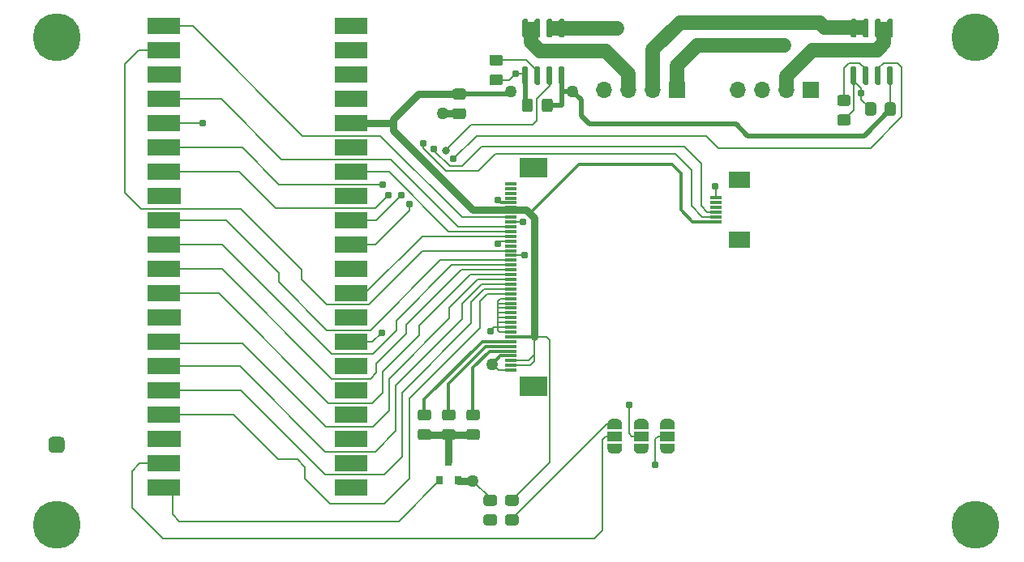
<source format=gtl>
G04 #@! TF.GenerationSoftware,KiCad,Pcbnew,(5.1.10-1-10_14)*
G04 #@! TF.CreationDate,2021-10-20T12:02:30-05:00*
G04 #@! TF.ProjectId,stepper_analyzer,73746570-7065-4725-9f61-6e616c797a65,rev?*
G04 #@! TF.SameCoordinates,Original*
G04 #@! TF.FileFunction,Copper,L1,Top*
G04 #@! TF.FilePolarity,Positive*
%FSLAX46Y46*%
G04 Gerber Fmt 4.6, Leading zero omitted, Abs format (unit mm)*
G04 Created by KiCad (PCBNEW (5.1.10-1-10_14)) date 2021-10-20 12:02:30*
%MOMM*%
%LPD*%
G01*
G04 APERTURE LIST*
G04 #@! TA.AperFunction,SMDPad,CuDef*
%ADD10R,1.500000X1.000000*%
G04 #@! TD*
G04 #@! TA.AperFunction,SMDPad,CuDef*
%ADD11C,0.100000*%
G04 #@! TD*
G04 #@! TA.AperFunction,SMDPad,CuDef*
%ADD12R,3.500000X1.700000*%
G04 #@! TD*
G04 #@! TA.AperFunction,ComponentPad*
%ADD13R,1.700000X1.700000*%
G04 #@! TD*
G04 #@! TA.AperFunction,SMDPad,CuDef*
%ADD14R,0.800000X0.900000*%
G04 #@! TD*
G04 #@! TA.AperFunction,SMDPad,CuDef*
%ADD15R,3.000000X2.000000*%
G04 #@! TD*
G04 #@! TA.AperFunction,SMDPad,CuDef*
%ADD16R,1.300000X0.300000*%
G04 #@! TD*
G04 #@! TA.AperFunction,ComponentPad*
%ADD17C,0.800000*%
G04 #@! TD*
G04 #@! TA.AperFunction,ComponentPad*
%ADD18C,5.000000*%
G04 #@! TD*
G04 #@! TA.AperFunction,ComponentPad*
%ADD19O,1.700000X1.700000*%
G04 #@! TD*
G04 #@! TA.AperFunction,SMDPad,CuDef*
%ADD20R,2.200000X1.800000*%
G04 #@! TD*
G04 #@! TA.AperFunction,ViaPad*
%ADD21C,0.787400*%
G04 #@! TD*
G04 #@! TA.AperFunction,ViaPad*
%ADD22C,1.270000*%
G04 #@! TD*
G04 #@! TA.AperFunction,ViaPad*
%ADD23C,0.800000*%
G04 #@! TD*
G04 #@! TA.AperFunction,Conductor*
%ADD24C,0.203200*%
G04 #@! TD*
G04 #@! TA.AperFunction,Conductor*
%ADD25C,1.524000*%
G04 #@! TD*
G04 #@! TA.AperFunction,Conductor*
%ADD26C,0.762000*%
G04 #@! TD*
G04 #@! TA.AperFunction,Conductor*
%ADD27C,0.508000*%
G04 #@! TD*
G04 #@! TA.AperFunction,Conductor*
%ADD28C,0.304800*%
G04 #@! TD*
G04 APERTURE END LIST*
D10*
X65810000Y12250000D03*
G04 #@! TA.AperFunction,SMDPad,CuDef*
D11*
G36*
X65060602Y13550000D02*
G01*
X65060602Y13574534D01*
X65065412Y13623365D01*
X65074984Y13671490D01*
X65089228Y13718445D01*
X65108005Y13763778D01*
X65131136Y13807051D01*
X65158396Y13847850D01*
X65189524Y13885779D01*
X65224221Y13920476D01*
X65262150Y13951604D01*
X65302949Y13978864D01*
X65346222Y14001995D01*
X65391555Y14020772D01*
X65438510Y14035016D01*
X65486635Y14044588D01*
X65535466Y14049398D01*
X65560000Y14049398D01*
X65560000Y14050000D01*
X66060000Y14050000D01*
X66060000Y14049398D01*
X66084534Y14049398D01*
X66133365Y14044588D01*
X66181490Y14035016D01*
X66228445Y14020772D01*
X66273778Y14001995D01*
X66317051Y13978864D01*
X66357850Y13951604D01*
X66395779Y13920476D01*
X66430476Y13885779D01*
X66461604Y13847850D01*
X66488864Y13807051D01*
X66511995Y13763778D01*
X66530772Y13718445D01*
X66545016Y13671490D01*
X66554588Y13623365D01*
X66559398Y13574534D01*
X66559398Y13550000D01*
X66560000Y13550000D01*
X66560000Y13000000D01*
X65060000Y13000000D01*
X65060000Y13550000D01*
X65060602Y13550000D01*
G37*
G04 #@! TD.AperFunction*
G04 #@! TA.AperFunction,SMDPad,CuDef*
G36*
X66560000Y11500000D02*
G01*
X66560000Y10950000D01*
X66559398Y10950000D01*
X66559398Y10925466D01*
X66554588Y10876635D01*
X66545016Y10828510D01*
X66530772Y10781555D01*
X66511995Y10736222D01*
X66488864Y10692949D01*
X66461604Y10652150D01*
X66430476Y10614221D01*
X66395779Y10579524D01*
X66357850Y10548396D01*
X66317051Y10521136D01*
X66273778Y10498005D01*
X66228445Y10479228D01*
X66181490Y10464984D01*
X66133365Y10455412D01*
X66084534Y10450602D01*
X66060000Y10450602D01*
X66060000Y10450000D01*
X65560000Y10450000D01*
X65560000Y10450602D01*
X65535466Y10450602D01*
X65486635Y10455412D01*
X65438510Y10464984D01*
X65391555Y10479228D01*
X65346222Y10498005D01*
X65302949Y10521136D01*
X65262150Y10548396D01*
X65224221Y10579524D01*
X65189524Y10614221D01*
X65158396Y10652150D01*
X65131136Y10692949D01*
X65108005Y10736222D01*
X65089228Y10781555D01*
X65074984Y10828510D01*
X65065412Y10876635D01*
X65060602Y10925466D01*
X65060602Y10950000D01*
X65060000Y10950000D01*
X65060000Y11500000D01*
X66560000Y11500000D01*
G37*
G04 #@! TD.AperFunction*
D10*
X63060000Y12250000D03*
G04 #@! TA.AperFunction,SMDPad,CuDef*
D11*
G36*
X62310602Y13550000D02*
G01*
X62310602Y13574534D01*
X62315412Y13623365D01*
X62324984Y13671490D01*
X62339228Y13718445D01*
X62358005Y13763778D01*
X62381136Y13807051D01*
X62408396Y13847850D01*
X62439524Y13885779D01*
X62474221Y13920476D01*
X62512150Y13951604D01*
X62552949Y13978864D01*
X62596222Y14001995D01*
X62641555Y14020772D01*
X62688510Y14035016D01*
X62736635Y14044588D01*
X62785466Y14049398D01*
X62810000Y14049398D01*
X62810000Y14050000D01*
X63310000Y14050000D01*
X63310000Y14049398D01*
X63334534Y14049398D01*
X63383365Y14044588D01*
X63431490Y14035016D01*
X63478445Y14020772D01*
X63523778Y14001995D01*
X63567051Y13978864D01*
X63607850Y13951604D01*
X63645779Y13920476D01*
X63680476Y13885779D01*
X63711604Y13847850D01*
X63738864Y13807051D01*
X63761995Y13763778D01*
X63780772Y13718445D01*
X63795016Y13671490D01*
X63804588Y13623365D01*
X63809398Y13574534D01*
X63809398Y13550000D01*
X63810000Y13550000D01*
X63810000Y13000000D01*
X62310000Y13000000D01*
X62310000Y13550000D01*
X62310602Y13550000D01*
G37*
G04 #@! TD.AperFunction*
G04 #@! TA.AperFunction,SMDPad,CuDef*
G36*
X63810000Y11500000D02*
G01*
X63810000Y10950000D01*
X63809398Y10950000D01*
X63809398Y10925466D01*
X63804588Y10876635D01*
X63795016Y10828510D01*
X63780772Y10781555D01*
X63761995Y10736222D01*
X63738864Y10692949D01*
X63711604Y10652150D01*
X63680476Y10614221D01*
X63645779Y10579524D01*
X63607850Y10548396D01*
X63567051Y10521136D01*
X63523778Y10498005D01*
X63478445Y10479228D01*
X63431490Y10464984D01*
X63383365Y10455412D01*
X63334534Y10450602D01*
X63310000Y10450602D01*
X63310000Y10450000D01*
X62810000Y10450000D01*
X62810000Y10450602D01*
X62785466Y10450602D01*
X62736635Y10455412D01*
X62688510Y10464984D01*
X62641555Y10479228D01*
X62596222Y10498005D01*
X62552949Y10521136D01*
X62512150Y10548396D01*
X62474221Y10579524D01*
X62439524Y10614221D01*
X62408396Y10652150D01*
X62381136Y10692949D01*
X62358005Y10736222D01*
X62339228Y10781555D01*
X62324984Y10828510D01*
X62315412Y10876635D01*
X62310602Y10925466D01*
X62310602Y10950000D01*
X62310000Y10950000D01*
X62310000Y11500000D01*
X63810000Y11500000D01*
G37*
G04 #@! TD.AperFunction*
D10*
X60310000Y12250000D03*
G04 #@! TA.AperFunction,SMDPad,CuDef*
D11*
G36*
X59560602Y13550000D02*
G01*
X59560602Y13574534D01*
X59565412Y13623365D01*
X59574984Y13671490D01*
X59589228Y13718445D01*
X59608005Y13763778D01*
X59631136Y13807051D01*
X59658396Y13847850D01*
X59689524Y13885779D01*
X59724221Y13920476D01*
X59762150Y13951604D01*
X59802949Y13978864D01*
X59846222Y14001995D01*
X59891555Y14020772D01*
X59938510Y14035016D01*
X59986635Y14044588D01*
X60035466Y14049398D01*
X60060000Y14049398D01*
X60060000Y14050000D01*
X60560000Y14050000D01*
X60560000Y14049398D01*
X60584534Y14049398D01*
X60633365Y14044588D01*
X60681490Y14035016D01*
X60728445Y14020772D01*
X60773778Y14001995D01*
X60817051Y13978864D01*
X60857850Y13951604D01*
X60895779Y13920476D01*
X60930476Y13885779D01*
X60961604Y13847850D01*
X60988864Y13807051D01*
X61011995Y13763778D01*
X61030772Y13718445D01*
X61045016Y13671490D01*
X61054588Y13623365D01*
X61059398Y13574534D01*
X61059398Y13550000D01*
X61060000Y13550000D01*
X61060000Y13000000D01*
X59560000Y13000000D01*
X59560000Y13550000D01*
X59560602Y13550000D01*
G37*
G04 #@! TD.AperFunction*
G04 #@! TA.AperFunction,SMDPad,CuDef*
G36*
X61060000Y11500000D02*
G01*
X61060000Y10950000D01*
X61059398Y10950000D01*
X61059398Y10925466D01*
X61054588Y10876635D01*
X61045016Y10828510D01*
X61030772Y10781555D01*
X61011995Y10736222D01*
X60988864Y10692949D01*
X60961604Y10652150D01*
X60930476Y10614221D01*
X60895779Y10579524D01*
X60857850Y10548396D01*
X60817051Y10521136D01*
X60773778Y10498005D01*
X60728445Y10479228D01*
X60681490Y10464984D01*
X60633365Y10455412D01*
X60584534Y10450602D01*
X60560000Y10450602D01*
X60560000Y10450000D01*
X60060000Y10450000D01*
X60060000Y10450602D01*
X60035466Y10450602D01*
X59986635Y10455412D01*
X59938510Y10464984D01*
X59891555Y10479228D01*
X59846222Y10498005D01*
X59802949Y10521136D01*
X59762150Y10548396D01*
X59724221Y10579524D01*
X59689524Y10614221D01*
X59658396Y10652150D01*
X59631136Y10692949D01*
X59608005Y10736222D01*
X59589228Y10781555D01*
X59574984Y10828510D01*
X59565412Y10876635D01*
X59560602Y10925466D01*
X59560602Y10950000D01*
X59560000Y10950000D01*
X59560000Y11500000D01*
X61060000Y11500000D01*
G37*
G04 #@! TD.AperFunction*
G04 #@! TA.AperFunction,SMDPad,CuDef*
G36*
G01*
X47760001Y4975000D02*
X46859999Y4975000D01*
G75*
G02*
X46610000Y5224999I0J249999D01*
G01*
X46610000Y5875001D01*
G75*
G02*
X46859999Y6125000I249999J0D01*
G01*
X47760001Y6125000D01*
G75*
G02*
X48010000Y5875001I0J-249999D01*
G01*
X48010000Y5224999D01*
G75*
G02*
X47760001Y4975000I-249999J0D01*
G01*
G37*
G04 #@! TD.AperFunction*
G04 #@! TA.AperFunction,SMDPad,CuDef*
G36*
G01*
X47760001Y2925000D02*
X46859999Y2925000D01*
G75*
G02*
X46610000Y3174999I0J249999D01*
G01*
X46610000Y3825001D01*
G75*
G02*
X46859999Y4075000I249999J0D01*
G01*
X47760001Y4075000D01*
G75*
G02*
X48010000Y3825001I0J-249999D01*
G01*
X48010000Y3174999D01*
G75*
G02*
X47760001Y2925000I-249999J0D01*
G01*
G37*
G04 #@! TD.AperFunction*
D12*
X32790000Y6870000D03*
X32790000Y9410000D03*
X32790000Y11950000D03*
X32790000Y14490000D03*
X32790000Y17030000D03*
X32790000Y19570000D03*
X32790000Y22110000D03*
X32790000Y24650000D03*
X32790000Y27190000D03*
X32790000Y29730000D03*
X32790000Y32270000D03*
X32790000Y34810000D03*
X32790000Y37350000D03*
X32790000Y39890000D03*
X32790000Y42430000D03*
X32790000Y44970000D03*
X32790000Y47510000D03*
X32790000Y50050000D03*
X32790000Y52590000D03*
X32790000Y55130000D03*
X13210000Y6870000D03*
X13210000Y9410000D03*
X13210000Y11950000D03*
X13210000Y14490000D03*
X13210000Y17030000D03*
X13210000Y19570000D03*
X13210000Y22110000D03*
X13210000Y24650000D03*
X13210000Y27190000D03*
X13210000Y29730000D03*
X13210000Y32270000D03*
X13210000Y34810000D03*
X13210000Y37350000D03*
X13210000Y39890000D03*
X13210000Y42430000D03*
X13210000Y44970000D03*
X13210000Y47510000D03*
X13210000Y50050000D03*
X13210000Y52590000D03*
X13210000Y55130000D03*
D13*
X31890000Y50050000D03*
X31890000Y37350000D03*
X31890000Y24650000D03*
X31890000Y11950000D03*
X14110000Y11950000D03*
X14110000Y24650000D03*
X14110000Y37350000D03*
X14110000Y50050000D03*
G04 #@! TA.AperFunction,SMDPad,CuDef*
G36*
G01*
X48367001Y50982000D02*
X47466999Y50982000D01*
G75*
G02*
X47217000Y51231999I0J249999D01*
G01*
X47217000Y51882001D01*
G75*
G02*
X47466999Y52132000I249999J0D01*
G01*
X48367001Y52132000D01*
G75*
G02*
X48617000Y51882001I0J-249999D01*
G01*
X48617000Y51231999D01*
G75*
G02*
X48367001Y50982000I-249999J0D01*
G01*
G37*
G04 #@! TD.AperFunction*
G04 #@! TA.AperFunction,SMDPad,CuDef*
G36*
G01*
X48367001Y48932000D02*
X47466999Y48932000D01*
G75*
G02*
X47217000Y49181999I0J249999D01*
G01*
X47217000Y49832001D01*
G75*
G02*
X47466999Y50082000I249999J0D01*
G01*
X48367001Y50082000D01*
G75*
G02*
X48617000Y49832001I0J-249999D01*
G01*
X48617000Y49181999D01*
G75*
G02*
X48367001Y48932000I-249999J0D01*
G01*
G37*
G04 #@! TD.AperFunction*
G04 #@! TA.AperFunction,SMDPad,CuDef*
G36*
G01*
X84689001Y46782000D02*
X83788999Y46782000D01*
G75*
G02*
X83539000Y47031999I0J249999D01*
G01*
X83539000Y47682001D01*
G75*
G02*
X83788999Y47932000I249999J0D01*
G01*
X84689001Y47932000D01*
G75*
G02*
X84939000Y47682001I0J-249999D01*
G01*
X84939000Y47031999D01*
G75*
G02*
X84689001Y46782000I-249999J0D01*
G01*
G37*
G04 #@! TD.AperFunction*
G04 #@! TA.AperFunction,SMDPad,CuDef*
G36*
G01*
X84689001Y44732000D02*
X83788999Y44732000D01*
G75*
G02*
X83539000Y44981999I0J249999D01*
G01*
X83539000Y45632001D01*
G75*
G02*
X83788999Y45882000I249999J0D01*
G01*
X84689001Y45882000D01*
G75*
G02*
X84939000Y45632001I0J-249999D01*
G01*
X84939000Y44981999D01*
G75*
G02*
X84689001Y44732000I-249999J0D01*
G01*
G37*
G04 #@! TD.AperFunction*
G04 #@! TA.AperFunction,SMDPad,CuDef*
G36*
G01*
X50010001Y4975000D02*
X49109999Y4975000D01*
G75*
G02*
X48860000Y5224999I0J249999D01*
G01*
X48860000Y5875001D01*
G75*
G02*
X49109999Y6125000I249999J0D01*
G01*
X50010001Y6125000D01*
G75*
G02*
X50260000Y5875001I0J-249999D01*
G01*
X50260000Y5224999D01*
G75*
G02*
X50010001Y4975000I-249999J0D01*
G01*
G37*
G04 #@! TD.AperFunction*
G04 #@! TA.AperFunction,SMDPad,CuDef*
G36*
G01*
X50010001Y2925000D02*
X49109999Y2925000D01*
G75*
G02*
X48860000Y3174999I0J249999D01*
G01*
X48860000Y3825001D01*
G75*
G02*
X49109999Y4075000I249999J0D01*
G01*
X50010001Y4075000D01*
G75*
G02*
X50260000Y3825001I0J-249999D01*
G01*
X50260000Y3174999D01*
G75*
G02*
X50010001Y2925000I-249999J0D01*
G01*
G37*
G04 #@! TD.AperFunction*
D14*
X42964000Y9622000D03*
X43914000Y7622000D03*
X42014000Y7622000D03*
G04 #@! TA.AperFunction,SMDPad,CuDef*
G36*
G01*
X44510001Y47450000D02*
X43609999Y47450000D01*
G75*
G02*
X43360000Y47699999I0J249999D01*
G01*
X43360000Y48350001D01*
G75*
G02*
X43609999Y48600000I249999J0D01*
G01*
X44510001Y48600000D01*
G75*
G02*
X44760000Y48350001I0J-249999D01*
G01*
X44760000Y47699999D01*
G75*
G02*
X44510001Y47450000I-249999J0D01*
G01*
G37*
G04 #@! TD.AperFunction*
G04 #@! TA.AperFunction,SMDPad,CuDef*
G36*
G01*
X44510001Y45400000D02*
X43609999Y45400000D01*
G75*
G02*
X43360000Y45649999I0J249999D01*
G01*
X43360000Y46300001D01*
G75*
G02*
X43609999Y46550000I249999J0D01*
G01*
X44510001Y46550000D01*
G75*
G02*
X44760000Y46300001I0J-249999D01*
G01*
X44760000Y45649999D01*
G75*
G02*
X44510001Y45400000I-249999J0D01*
G01*
G37*
G04 #@! TD.AperFunction*
D15*
X51800000Y40300000D03*
X51800000Y17500000D03*
D16*
X49450000Y19150000D03*
X49450000Y19650000D03*
X49450000Y20150000D03*
X49450000Y20650000D03*
X49450000Y21150000D03*
X49450000Y21650000D03*
X49450000Y22150000D03*
X49450000Y22650000D03*
X49450000Y23150000D03*
X49450000Y23650000D03*
X49450000Y24150000D03*
X49450000Y24650000D03*
X49450000Y25150000D03*
X49450000Y25650000D03*
X49450000Y26150000D03*
X49450000Y26650000D03*
X49450000Y27150000D03*
X49450000Y27650000D03*
X49450000Y28150000D03*
X49450000Y28650000D03*
X49450000Y29150000D03*
X49450000Y29650000D03*
X49450000Y30150000D03*
X49450000Y30650000D03*
X49450000Y31150000D03*
X49450000Y31650000D03*
X49450000Y32150000D03*
X49450000Y32650000D03*
X49450000Y33150000D03*
X49450000Y33650000D03*
X49450000Y34150000D03*
X49450000Y34650000D03*
X49450000Y35150000D03*
X49450000Y35650000D03*
X49450000Y36150000D03*
X49450000Y36650000D03*
X49450000Y37150000D03*
X49450000Y37650000D03*
X49450000Y38150000D03*
X49450000Y38650000D03*
G04 #@! TA.AperFunction,SMDPad,CuDef*
G36*
G01*
X88915000Y50935000D02*
X89215000Y50935000D01*
G75*
G02*
X89365000Y50785000I0J-150000D01*
G01*
X89365000Y49135000D01*
G75*
G02*
X89215000Y48985000I-150000J0D01*
G01*
X88915000Y48985000D01*
G75*
G02*
X88765000Y49135000I0J150000D01*
G01*
X88765000Y50785000D01*
G75*
G02*
X88915000Y50935000I150000J0D01*
G01*
G37*
G04 #@! TD.AperFunction*
G04 #@! TA.AperFunction,SMDPad,CuDef*
G36*
G01*
X87645000Y50935000D02*
X87945000Y50935000D01*
G75*
G02*
X88095000Y50785000I0J-150000D01*
G01*
X88095000Y49135000D01*
G75*
G02*
X87945000Y48985000I-150000J0D01*
G01*
X87645000Y48985000D01*
G75*
G02*
X87495000Y49135000I0J150000D01*
G01*
X87495000Y50785000D01*
G75*
G02*
X87645000Y50935000I150000J0D01*
G01*
G37*
G04 #@! TD.AperFunction*
G04 #@! TA.AperFunction,SMDPad,CuDef*
G36*
G01*
X86375000Y50935000D02*
X86675000Y50935000D01*
G75*
G02*
X86825000Y50785000I0J-150000D01*
G01*
X86825000Y49135000D01*
G75*
G02*
X86675000Y48985000I-150000J0D01*
G01*
X86375000Y48985000D01*
G75*
G02*
X86225000Y49135000I0J150000D01*
G01*
X86225000Y50785000D01*
G75*
G02*
X86375000Y50935000I150000J0D01*
G01*
G37*
G04 #@! TD.AperFunction*
G04 #@! TA.AperFunction,SMDPad,CuDef*
G36*
G01*
X85105000Y50935000D02*
X85405000Y50935000D01*
G75*
G02*
X85555000Y50785000I0J-150000D01*
G01*
X85555000Y49135000D01*
G75*
G02*
X85405000Y48985000I-150000J0D01*
G01*
X85105000Y48985000D01*
G75*
G02*
X84955000Y49135000I0J150000D01*
G01*
X84955000Y50785000D01*
G75*
G02*
X85105000Y50935000I150000J0D01*
G01*
G37*
G04 #@! TD.AperFunction*
G04 #@! TA.AperFunction,SMDPad,CuDef*
G36*
G01*
X85105000Y55885000D02*
X85405000Y55885000D01*
G75*
G02*
X85555000Y55735000I0J-150000D01*
G01*
X85555000Y54085000D01*
G75*
G02*
X85405000Y53935000I-150000J0D01*
G01*
X85105000Y53935000D01*
G75*
G02*
X84955000Y54085000I0J150000D01*
G01*
X84955000Y55735000D01*
G75*
G02*
X85105000Y55885000I150000J0D01*
G01*
G37*
G04 #@! TD.AperFunction*
G04 #@! TA.AperFunction,SMDPad,CuDef*
G36*
G01*
X86375000Y55885000D02*
X86675000Y55885000D01*
G75*
G02*
X86825000Y55735000I0J-150000D01*
G01*
X86825000Y54085000D01*
G75*
G02*
X86675000Y53935000I-150000J0D01*
G01*
X86375000Y53935000D01*
G75*
G02*
X86225000Y54085000I0J150000D01*
G01*
X86225000Y55735000D01*
G75*
G02*
X86375000Y55885000I150000J0D01*
G01*
G37*
G04 #@! TD.AperFunction*
G04 #@! TA.AperFunction,SMDPad,CuDef*
G36*
G01*
X87645000Y55885000D02*
X87945000Y55885000D01*
G75*
G02*
X88095000Y55735000I0J-150000D01*
G01*
X88095000Y54085000D01*
G75*
G02*
X87945000Y53935000I-150000J0D01*
G01*
X87645000Y53935000D01*
G75*
G02*
X87495000Y54085000I0J150000D01*
G01*
X87495000Y55735000D01*
G75*
G02*
X87645000Y55885000I150000J0D01*
G01*
G37*
G04 #@! TD.AperFunction*
G04 #@! TA.AperFunction,SMDPad,CuDef*
G36*
G01*
X88915000Y55885000D02*
X89215000Y55885000D01*
G75*
G02*
X89365000Y55735000I0J-150000D01*
G01*
X89365000Y54085000D01*
G75*
G02*
X89215000Y53935000I-150000J0D01*
G01*
X88915000Y53935000D01*
G75*
G02*
X88765000Y54085000I0J150000D01*
G01*
X88765000Y55735000D01*
G75*
G02*
X88915000Y55885000I150000J0D01*
G01*
G37*
G04 #@! TD.AperFunction*
G04 #@! TA.AperFunction,SMDPad,CuDef*
G36*
G01*
X54625000Y50935000D02*
X54925000Y50935000D01*
G75*
G02*
X55075000Y50785000I0J-150000D01*
G01*
X55075000Y49135000D01*
G75*
G02*
X54925000Y48985000I-150000J0D01*
G01*
X54625000Y48985000D01*
G75*
G02*
X54475000Y49135000I0J150000D01*
G01*
X54475000Y50785000D01*
G75*
G02*
X54625000Y50935000I150000J0D01*
G01*
G37*
G04 #@! TD.AperFunction*
G04 #@! TA.AperFunction,SMDPad,CuDef*
G36*
G01*
X53355000Y50935000D02*
X53655000Y50935000D01*
G75*
G02*
X53805000Y50785000I0J-150000D01*
G01*
X53805000Y49135000D01*
G75*
G02*
X53655000Y48985000I-150000J0D01*
G01*
X53355000Y48985000D01*
G75*
G02*
X53205000Y49135000I0J150000D01*
G01*
X53205000Y50785000D01*
G75*
G02*
X53355000Y50935000I150000J0D01*
G01*
G37*
G04 #@! TD.AperFunction*
G04 #@! TA.AperFunction,SMDPad,CuDef*
G36*
G01*
X52085000Y50935000D02*
X52385000Y50935000D01*
G75*
G02*
X52535000Y50785000I0J-150000D01*
G01*
X52535000Y49135000D01*
G75*
G02*
X52385000Y48985000I-150000J0D01*
G01*
X52085000Y48985000D01*
G75*
G02*
X51935000Y49135000I0J150000D01*
G01*
X51935000Y50785000D01*
G75*
G02*
X52085000Y50935000I150000J0D01*
G01*
G37*
G04 #@! TD.AperFunction*
G04 #@! TA.AperFunction,SMDPad,CuDef*
G36*
G01*
X50815000Y50935000D02*
X51115000Y50935000D01*
G75*
G02*
X51265000Y50785000I0J-150000D01*
G01*
X51265000Y49135000D01*
G75*
G02*
X51115000Y48985000I-150000J0D01*
G01*
X50815000Y48985000D01*
G75*
G02*
X50665000Y49135000I0J150000D01*
G01*
X50665000Y50785000D01*
G75*
G02*
X50815000Y50935000I150000J0D01*
G01*
G37*
G04 #@! TD.AperFunction*
G04 #@! TA.AperFunction,SMDPad,CuDef*
G36*
G01*
X50815000Y55885000D02*
X51115000Y55885000D01*
G75*
G02*
X51265000Y55735000I0J-150000D01*
G01*
X51265000Y54085000D01*
G75*
G02*
X51115000Y53935000I-150000J0D01*
G01*
X50815000Y53935000D01*
G75*
G02*
X50665000Y54085000I0J150000D01*
G01*
X50665000Y55735000D01*
G75*
G02*
X50815000Y55885000I150000J0D01*
G01*
G37*
G04 #@! TD.AperFunction*
G04 #@! TA.AperFunction,SMDPad,CuDef*
G36*
G01*
X52085000Y55885000D02*
X52385000Y55885000D01*
G75*
G02*
X52535000Y55735000I0J-150000D01*
G01*
X52535000Y54085000D01*
G75*
G02*
X52385000Y53935000I-150000J0D01*
G01*
X52085000Y53935000D01*
G75*
G02*
X51935000Y54085000I0J150000D01*
G01*
X51935000Y55735000D01*
G75*
G02*
X52085000Y55885000I150000J0D01*
G01*
G37*
G04 #@! TD.AperFunction*
G04 #@! TA.AperFunction,SMDPad,CuDef*
G36*
G01*
X53355000Y55885000D02*
X53655000Y55885000D01*
G75*
G02*
X53805000Y55735000I0J-150000D01*
G01*
X53805000Y54085000D01*
G75*
G02*
X53655000Y53935000I-150000J0D01*
G01*
X53355000Y53935000D01*
G75*
G02*
X53205000Y54085000I0J150000D01*
G01*
X53205000Y55735000D01*
G75*
G02*
X53355000Y55885000I150000J0D01*
G01*
G37*
G04 #@! TD.AperFunction*
G04 #@! TA.AperFunction,SMDPad,CuDef*
G36*
G01*
X54625000Y55885000D02*
X54925000Y55885000D01*
G75*
G02*
X55075000Y55735000I0J-150000D01*
G01*
X55075000Y54085000D01*
G75*
G02*
X54925000Y53935000I-150000J0D01*
G01*
X54625000Y53935000D01*
G75*
G02*
X54475000Y54085000I0J150000D01*
G01*
X54475000Y55735000D01*
G75*
G02*
X54625000Y55885000I150000J0D01*
G01*
G37*
G04 #@! TD.AperFunction*
G04 #@! TA.AperFunction,SMDPad,CuDef*
G36*
G01*
X88499000Y46017999D02*
X88499000Y46918001D01*
G75*
G02*
X88748999Y47168000I249999J0D01*
G01*
X89399001Y47168000D01*
G75*
G02*
X89649000Y46918001I0J-249999D01*
G01*
X89649000Y46017999D01*
G75*
G02*
X89399001Y45768000I-249999J0D01*
G01*
X88748999Y45768000D01*
G75*
G02*
X88499000Y46017999I0J249999D01*
G01*
G37*
G04 #@! TD.AperFunction*
G04 #@! TA.AperFunction,SMDPad,CuDef*
G36*
G01*
X86449000Y46017999D02*
X86449000Y46918001D01*
G75*
G02*
X86698999Y47168000I249999J0D01*
G01*
X87349001Y47168000D01*
G75*
G02*
X87599000Y46918001I0J-249999D01*
G01*
X87599000Y46017999D01*
G75*
G02*
X87349001Y45768000I-249999J0D01*
G01*
X86698999Y45768000D01*
G75*
G02*
X86449000Y46017999I0J249999D01*
G01*
G37*
G04 #@! TD.AperFunction*
G04 #@! TA.AperFunction,SMDPad,CuDef*
G36*
G01*
X52676000Y46398999D02*
X52676000Y47299001D01*
G75*
G02*
X52925999Y47549000I249999J0D01*
G01*
X53576001Y47549000D01*
G75*
G02*
X53826000Y47299001I0J-249999D01*
G01*
X53826000Y46398999D01*
G75*
G02*
X53576001Y46149000I-249999J0D01*
G01*
X52925999Y46149000D01*
G75*
G02*
X52676000Y46398999I0J249999D01*
G01*
G37*
G04 #@! TD.AperFunction*
G04 #@! TA.AperFunction,SMDPad,CuDef*
G36*
G01*
X50626000Y46398999D02*
X50626000Y47299001D01*
G75*
G02*
X50875999Y47549000I249999J0D01*
G01*
X51526001Y47549000D01*
G75*
G02*
X51776000Y47299001I0J-249999D01*
G01*
X51776000Y46398999D01*
G75*
G02*
X51526001Y46149000I-249999J0D01*
G01*
X50875999Y46149000D01*
G75*
G02*
X50626000Y46398999I0J249999D01*
G01*
G37*
G04 #@! TD.AperFunction*
D17*
X3325825Y4325825D03*
X2000000Y4875000D03*
X674175Y4325825D03*
X125000Y3000000D03*
X674175Y1674175D03*
X2000000Y1125000D03*
X3325825Y1674175D03*
X3875000Y3000000D03*
D18*
X2000000Y3000000D03*
D17*
X99325825Y55325825D03*
X98000000Y55875000D03*
X96674175Y55325825D03*
X96125000Y54000000D03*
X96674175Y52674175D03*
X98000000Y52125000D03*
X99325825Y52674175D03*
X99875000Y54000000D03*
D18*
X98000000Y54000000D03*
D17*
X99325825Y4325825D03*
X98000000Y4875000D03*
X96674175Y4325825D03*
X96125000Y3000000D03*
X96674175Y1674175D03*
X98000000Y1125000D03*
X99325825Y1674175D03*
X99875000Y3000000D03*
D18*
X98000000Y3000000D03*
D17*
X3325825Y55325825D03*
X2000000Y55875000D03*
X674175Y55325825D03*
X125000Y54000000D03*
X674175Y52674175D03*
X2000000Y52125000D03*
X3325825Y52674175D03*
X3875000Y54000000D03*
D18*
X2000000Y54000000D03*
G04 #@! TA.AperFunction,SMDPad,CuDef*
G36*
G01*
X40874001Y13898000D02*
X39973999Y13898000D01*
G75*
G02*
X39724000Y14147999I0J249999D01*
G01*
X39724000Y14798001D01*
G75*
G02*
X39973999Y15048000I249999J0D01*
G01*
X40874001Y15048000D01*
G75*
G02*
X41124000Y14798001I0J-249999D01*
G01*
X41124000Y14147999D01*
G75*
G02*
X40874001Y13898000I-249999J0D01*
G01*
G37*
G04 #@! TD.AperFunction*
G04 #@! TA.AperFunction,SMDPad,CuDef*
G36*
G01*
X40874001Y11848000D02*
X39973999Y11848000D01*
G75*
G02*
X39724000Y12097999I0J249999D01*
G01*
X39724000Y12748001D01*
G75*
G02*
X39973999Y12998000I249999J0D01*
G01*
X40874001Y12998000D01*
G75*
G02*
X41124000Y12748001I0J-249999D01*
G01*
X41124000Y12097999D01*
G75*
G02*
X40874001Y11848000I-249999J0D01*
G01*
G37*
G04 #@! TD.AperFunction*
G04 #@! TA.AperFunction,SMDPad,CuDef*
G36*
G01*
X43414001Y13898000D02*
X42513999Y13898000D01*
G75*
G02*
X42264000Y14147999I0J249999D01*
G01*
X42264000Y14798001D01*
G75*
G02*
X42513999Y15048000I249999J0D01*
G01*
X43414001Y15048000D01*
G75*
G02*
X43664000Y14798001I0J-249999D01*
G01*
X43664000Y14147999D01*
G75*
G02*
X43414001Y13898000I-249999J0D01*
G01*
G37*
G04 #@! TD.AperFunction*
G04 #@! TA.AperFunction,SMDPad,CuDef*
G36*
G01*
X43414001Y11848000D02*
X42513999Y11848000D01*
G75*
G02*
X42264000Y12097999I0J249999D01*
G01*
X42264000Y12748001D01*
G75*
G02*
X42513999Y12998000I249999J0D01*
G01*
X43414001Y12998000D01*
G75*
G02*
X43664000Y12748001I0J-249999D01*
G01*
X43664000Y12097999D01*
G75*
G02*
X43414001Y11848000I-249999J0D01*
G01*
G37*
G04 #@! TD.AperFunction*
G04 #@! TA.AperFunction,SMDPad,CuDef*
G36*
G01*
X45954001Y13898000D02*
X45053999Y13898000D01*
G75*
G02*
X44804000Y14147999I0J249999D01*
G01*
X44804000Y14798001D01*
G75*
G02*
X45053999Y15048000I249999J0D01*
G01*
X45954001Y15048000D01*
G75*
G02*
X46204000Y14798001I0J-249999D01*
G01*
X46204000Y14147999D01*
G75*
G02*
X45954001Y13898000I-249999J0D01*
G01*
G37*
G04 #@! TD.AperFunction*
G04 #@! TA.AperFunction,SMDPad,CuDef*
G36*
G01*
X45954001Y11848000D02*
X45053999Y11848000D01*
G75*
G02*
X44804000Y12097999I0J249999D01*
G01*
X44804000Y12748001D01*
G75*
G02*
X45053999Y12998000I249999J0D01*
G01*
X45954001Y12998000D01*
G75*
G02*
X46204000Y12748001I0J-249999D01*
G01*
X46204000Y12097999D01*
G75*
G02*
X45954001Y11848000I-249999J0D01*
G01*
G37*
G04 #@! TD.AperFunction*
G04 #@! TA.AperFunction,ComponentPad*
G36*
G01*
X1156500Y10927500D02*
X1156500Y11777500D01*
G75*
G02*
X1581500Y12202500I425000J0D01*
G01*
X2431500Y12202500D01*
G75*
G02*
X2856500Y11777500I0J-425000D01*
G01*
X2856500Y10927500D01*
G75*
G02*
X2431500Y10502500I-425000J0D01*
G01*
X1581500Y10502500D01*
G75*
G02*
X1156500Y10927500I0J425000D01*
G01*
G37*
G04 #@! TD.AperFunction*
D19*
X59220000Y48500000D03*
X61760000Y48500000D03*
X64300000Y48500000D03*
D13*
X66840000Y48500000D03*
D19*
X73190000Y48500000D03*
X75730000Y48500000D03*
X78270000Y48500000D03*
D13*
X80810000Y48500000D03*
D16*
X70830000Y37180000D03*
X70830000Y36680000D03*
X70830000Y36180000D03*
X70830000Y35680000D03*
X70830000Y35180000D03*
X70830000Y34680000D03*
D20*
X73330000Y32780000D03*
X73330000Y39080000D03*
D21*
X34060000Y14750000D03*
X70821600Y38424800D03*
X48130000Y36960000D03*
X50758500Y34657000D03*
X86017000Y48119000D03*
D22*
X42310000Y46000000D03*
D21*
X50885500Y31164500D03*
X49949000Y50151000D03*
D22*
X45504000Y7606000D03*
X47520000Y19798000D03*
D21*
X48091500Y32371000D03*
X47291291Y23261210D03*
X35979000Y23100000D03*
D22*
X55854500Y48309500D03*
X49441000Y48309500D03*
X58401000Y54909400D03*
X60579000Y54909400D03*
D21*
X36645750Y37482750D03*
X41440000Y42277000D03*
X36106000Y38594000D03*
X40297000Y42848500D03*
D22*
X78016000Y53086000D03*
X76125000Y53086000D03*
D21*
X38900000Y36562000D03*
X43472000Y41261000D03*
X38011000Y37451000D03*
D23*
X42710000Y42150000D03*
D21*
X60310000Y13550000D03*
X63060000Y13550000D03*
X65810000Y13550000D03*
X47310000Y3500000D03*
X60310000Y10950000D03*
X63060000Y10950000D03*
X65810000Y10950000D03*
X17280000Y44970000D03*
X61810000Y15500000D03*
X64560000Y9250000D03*
D24*
X83980000Y54910000D02*
X83880000Y55010000D01*
D25*
X81730800Y55499000D02*
X82252800Y54977000D01*
X64300000Y52691000D02*
X67108000Y55499000D01*
X82252800Y54977000D02*
X86017000Y54977000D01*
X64300000Y48500000D02*
X64300000Y52691000D01*
X81730800Y55499000D02*
X67108000Y55499000D01*
D26*
X88811000Y55239600D02*
X87896600Y55239600D01*
D25*
X78270000Y49897000D02*
X78270000Y48500000D01*
X80971000Y52598000D02*
X78270000Y49897000D01*
X87693400Y52598000D02*
X80971000Y52598000D01*
X88430000Y53334600D02*
X87693400Y52598000D01*
X88430000Y54833200D02*
X88430000Y53334600D01*
D24*
X70830000Y38416400D02*
X70821600Y38424800D01*
X70830000Y37180000D02*
X70830000Y38416400D01*
X50965000Y47085000D02*
X51201000Y46849000D01*
D27*
X50965000Y49960000D02*
X50965000Y47865000D01*
X50965000Y47865000D02*
X50965000Y47085000D01*
D24*
X50774000Y50151000D02*
X49949000Y50151000D01*
X50965000Y49960000D02*
X50774000Y50151000D01*
D26*
X45504000Y7606000D02*
X43930000Y7606000D01*
X42310000Y46000000D02*
X43369750Y46000000D01*
D28*
X48440000Y36650000D02*
X48130000Y36960000D01*
X49450000Y36650000D02*
X48440000Y36650000D01*
D24*
X50758500Y34657000D02*
X49758500Y34657000D01*
X50751500Y34650000D02*
X50758500Y34657000D01*
X49450000Y34650000D02*
X50751500Y34650000D01*
X48370500Y32650000D02*
X49450000Y32650000D01*
X48091500Y32371000D02*
X48370500Y32650000D01*
X50885500Y31164500D02*
X49885500Y31164500D01*
X50871000Y31150000D02*
X50885500Y31164500D01*
X49450000Y31150000D02*
X50871000Y31150000D01*
X48091500Y23671500D02*
X48091500Y23354000D01*
X48091500Y26402000D02*
X48091500Y23671500D01*
X48339500Y26650000D02*
X48091500Y26402000D01*
X49450000Y26650000D02*
X48339500Y26650000D01*
X48137000Y26150000D02*
X48091500Y26195500D01*
X49450000Y26150000D02*
X48137000Y26150000D01*
X48149000Y25650000D02*
X48091500Y25592500D01*
X49450000Y25650000D02*
X48149000Y25650000D01*
X48121000Y25150000D02*
X48091500Y25179500D01*
X49450000Y25150000D02*
X48121000Y25150000D01*
X48113000Y24650000D02*
X48091500Y24671500D01*
X49450000Y24650000D02*
X48113000Y24650000D01*
X48105000Y24150000D02*
X48091500Y24163500D01*
X49450000Y24150000D02*
X48105000Y24150000D01*
X48295500Y23150000D02*
X49450000Y23150000D01*
X48091500Y23354000D02*
X48295500Y23150000D01*
X47680081Y23650000D02*
X47291291Y23261210D01*
X49450000Y23650000D02*
X47680081Y23650000D01*
D28*
X48372000Y20650000D02*
X47520000Y19798000D01*
X49450000Y20650000D02*
X48372000Y20650000D01*
D24*
X48168000Y19150000D02*
X47520000Y19798000D01*
X49450000Y19150000D02*
X48168000Y19150000D01*
X49305000Y49507000D02*
X49949000Y50151000D01*
X47917000Y49507000D02*
X49305000Y49507000D01*
X86017000Y48627000D02*
X86017000Y48119000D01*
X85255000Y49389000D02*
X86017000Y48627000D01*
X85255000Y49960000D02*
X85255000Y49389000D01*
X85255000Y46323000D02*
X84239000Y45307000D01*
X85255000Y49960000D02*
X85255000Y46323000D01*
X31890000Y22110000D02*
X34989000Y22110000D01*
X34989000Y22110000D02*
X35979000Y23100000D01*
X87024000Y46477000D02*
X87024000Y46468000D01*
X86017000Y47484000D02*
X87024000Y46477000D01*
X86017000Y48119000D02*
X86017000Y47484000D01*
X47310000Y5800000D02*
X45504000Y7606000D01*
X47310000Y5550000D02*
X47310000Y5800000D01*
D27*
X53251000Y46849000D02*
X54775000Y46849000D01*
D26*
X51901500Y35101500D02*
X51901500Y22655500D01*
X31890000Y44970000D02*
X37200000Y44970000D01*
D27*
X54775000Y49960000D02*
X54775000Y48309500D01*
X54775000Y48309500D02*
X54775000Y46849000D01*
X54775000Y48309500D02*
X55854500Y48309500D01*
X44085000Y48000000D02*
X44060000Y48025000D01*
X49131500Y48000000D02*
X44085000Y48000000D01*
X49441000Y48309500D02*
X49131500Y48000000D01*
D26*
X39822000Y48025000D02*
X44060000Y48025000D01*
X37200000Y45403000D02*
X39822000Y48025000D01*
X37200000Y44970000D02*
X37200000Y45403000D01*
X51092800Y35910200D02*
X51901500Y35101500D01*
X45497800Y35910200D02*
X51092800Y35910200D01*
X37200000Y44208000D02*
X45497800Y35910200D01*
X37200000Y44970000D02*
X37200000Y44208000D01*
D24*
X51901500Y22655500D02*
X53187500Y22655500D01*
D28*
X51896000Y22650000D02*
X51901500Y22655500D01*
X49450000Y22650000D02*
X51896000Y22650000D01*
D24*
X89065000Y46477000D02*
X89074000Y46468000D01*
X89065000Y49960000D02*
X89065000Y46477000D01*
D27*
X89074000Y46413500D02*
X89074000Y46468000D01*
X86334500Y43674000D02*
X89074000Y46413500D01*
X74206000Y43674000D02*
X86334500Y43674000D01*
X72999500Y44880500D02*
X74206000Y43674000D01*
X57696000Y44880500D02*
X72999500Y44880500D01*
X56807000Y45769500D02*
X57696000Y44880500D01*
X56807000Y47420500D02*
X56807000Y45769500D01*
X55918000Y48309500D02*
X56807000Y47420500D01*
X55854500Y48309500D02*
X55918000Y48309500D01*
D24*
X51285000Y20150000D02*
X51901500Y20766500D01*
X49450000Y20150000D02*
X51285000Y20150000D01*
X51901500Y20099500D02*
X51901500Y22655500D01*
X51452000Y19650000D02*
X51901500Y20099500D01*
X49450000Y19650000D02*
X51452000Y19650000D01*
D28*
X67227500Y35897500D02*
X68445000Y34680000D01*
X68445000Y34680000D02*
X70830000Y34680000D01*
X67227500Y39707500D02*
X67227500Y35897500D01*
X66295000Y40640000D02*
X67227500Y39707500D01*
X56567000Y40640000D02*
X66295000Y40640000D01*
X51592000Y35665000D02*
X56567000Y40640000D01*
X51338000Y35665000D02*
X51592000Y35665000D01*
D24*
X53528601Y9518601D02*
X49560000Y5550000D01*
X53528601Y22314399D02*
X53528601Y9518601D01*
X53187500Y22655500D02*
X53528601Y22314399D01*
D26*
X51035600Y55231000D02*
X51981000Y55231000D01*
D25*
X61760000Y50193200D02*
X61760000Y48500000D01*
X51600000Y54596000D02*
X51600000Y53478400D01*
X51600000Y53478400D02*
X52514400Y52564000D01*
X59389200Y52564000D02*
X61760000Y50193200D01*
X52514400Y52564000D02*
X59389200Y52564000D01*
X54013000Y54909400D02*
X60579000Y54909400D01*
D24*
X46666014Y27650000D02*
X49450000Y27650000D01*
X45313500Y24052500D02*
X45313500Y26297486D01*
X45313500Y26297486D02*
X46666014Y27650000D01*
X38074500Y16813500D02*
X45313500Y24052500D01*
X38074500Y10082500D02*
X38074500Y16813500D01*
X36233000Y8241000D02*
X38074500Y10082500D01*
X30073500Y8241000D02*
X36233000Y8241000D01*
X21284500Y17030000D02*
X30073500Y8241000D01*
X14110000Y17030000D02*
X21284500Y17030000D01*
X14263000Y21957000D02*
X14110000Y22110000D01*
X30137000Y13257500D02*
X21437500Y21957000D01*
X35090000Y13257500D02*
X30137000Y13257500D01*
X36741000Y18274000D02*
X36741000Y14908500D01*
X43027500Y24560500D02*
X36741000Y18274000D01*
X43027500Y25681012D02*
X43027500Y24560500D01*
X45996488Y28650000D02*
X43027500Y25681012D01*
X21437500Y21957000D02*
X14263000Y21957000D01*
X36741000Y14908500D02*
X35090000Y13257500D01*
X49450000Y28650000D02*
X45996488Y28650000D01*
X49450000Y34150000D02*
X48450000Y34150000D01*
X49449000Y34149000D02*
X49450000Y34150000D01*
X43980000Y34149000D02*
X49449000Y34149000D01*
X36961000Y41168000D02*
X43980000Y34149000D01*
X25531000Y41168000D02*
X36961000Y41168000D01*
X19189000Y47510000D02*
X25531000Y41168000D01*
X14110000Y47510000D02*
X19189000Y47510000D01*
X14118000Y14498000D02*
X14110000Y14490000D01*
X47014000Y27150000D02*
X49450000Y27150000D01*
X46202500Y26338500D02*
X47014000Y27150000D01*
X46202500Y23544500D02*
X46202500Y26338500D01*
X38900000Y16242000D02*
X46202500Y23544500D01*
X27978000Y7796500D02*
X30581500Y5193000D01*
X27978000Y9003000D02*
X27978000Y7796500D01*
X36233000Y5193000D02*
X38900000Y7860000D01*
X27152500Y9828500D02*
X27978000Y9003000D01*
X30581500Y5193000D02*
X36233000Y5193000D01*
X25184000Y9828500D02*
X27152500Y9828500D01*
X20522500Y14490000D02*
X25184000Y9828500D01*
X38900000Y7860000D02*
X38900000Y16242000D01*
X14110000Y14490000D02*
X20522500Y14490000D01*
X46426500Y28150000D02*
X49450000Y28150000D01*
X44361000Y26084500D02*
X46426500Y28150000D01*
X37439500Y17575500D02*
X44361000Y24497000D01*
X44361000Y24497000D02*
X44361000Y26084500D01*
X37439500Y12813000D02*
X37439500Y17575500D01*
X35280500Y10654000D02*
X37439500Y12813000D01*
X30073500Y10654000D02*
X35280500Y10654000D01*
X21157500Y19570000D02*
X30073500Y10654000D01*
X14110000Y19570000D02*
X21157500Y19570000D01*
X69976800Y35680000D02*
X70830000Y35680000D01*
X69323000Y36333800D02*
X69976800Y35680000D01*
X69323000Y40737000D02*
X69323000Y36333800D01*
X67560000Y42500000D02*
X69323000Y40737000D01*
X44361000Y40499000D02*
X46362000Y42500000D01*
X43091000Y40499000D02*
X44361000Y40499000D01*
X46362000Y42500000D02*
X67560000Y42500000D01*
X41440000Y42150000D02*
X43091000Y40499000D01*
X41440000Y42277000D02*
X41440000Y42150000D01*
X21094000Y39890000D02*
X14110000Y39890000D01*
X35280500Y36117500D02*
X24866500Y36117500D01*
X24866500Y36117500D02*
X21094000Y39890000D01*
X36645750Y37482750D02*
X35280500Y36117500D01*
X70830000Y35180000D02*
X69976800Y35180000D01*
X69469000Y35180000D02*
X70830000Y35180000D01*
X68307000Y40088500D02*
X68307000Y36342000D01*
X66645500Y41750000D02*
X68307000Y40088500D01*
X47810000Y41750000D02*
X66645500Y41750000D01*
X46051000Y39991000D02*
X47810000Y41750000D01*
X68307000Y36342000D02*
X69469000Y35180000D01*
X42710000Y39991000D02*
X46051000Y39991000D01*
X40297000Y42404000D02*
X42710000Y39991000D01*
X40297000Y42848500D02*
X40297000Y42404000D01*
X21411500Y42430000D02*
X14110000Y42430000D01*
X25247500Y38594000D02*
X21411500Y42430000D01*
X36106000Y38594000D02*
X25247500Y38594000D01*
X39916000Y23862000D02*
X45186500Y29132500D01*
X45712000Y29150000D02*
X49450000Y29150000D01*
X39916000Y22846000D02*
X39916000Y23862000D01*
X34963000Y15734000D02*
X36042500Y16813500D01*
X36042500Y18972500D02*
X39916000Y22846000D01*
X36042500Y16813500D02*
X36042500Y18972500D01*
X30391000Y15734000D02*
X34963000Y15734000D01*
X45186500Y29132500D02*
X45694500Y29132500D01*
X18935000Y27190000D02*
X30391000Y15734000D01*
X45694500Y29132500D02*
X45712000Y29150000D01*
X14110000Y27190000D02*
X18935000Y27190000D01*
X44243500Y29650000D02*
X49450000Y29650000D01*
X38519000Y23925500D02*
X44243500Y29650000D01*
X38519000Y22973000D02*
X38519000Y23925500D01*
X35407500Y18909000D02*
X35407500Y19861500D01*
X34772500Y18274000D02*
X35407500Y18909000D01*
X30772000Y18274000D02*
X34772500Y18274000D01*
X19316000Y29730000D02*
X30772000Y18274000D01*
X35407500Y19861500D02*
X38519000Y22973000D01*
X14110000Y29730000D02*
X19316000Y29730000D01*
X37503000Y24370000D02*
X43283000Y30150000D01*
X43283000Y30150000D02*
X49450000Y30150000D01*
X37503000Y23354000D02*
X37503000Y24370000D01*
X35026500Y20877500D02*
X37503000Y23354000D01*
X30708500Y20877500D02*
X35026500Y20877500D01*
X19316000Y32270000D02*
X30708500Y20877500D01*
X14110000Y32270000D02*
X19316000Y32270000D01*
X46139000Y30656500D02*
X46145500Y30650000D01*
X42075000Y30656500D02*
X46139000Y30656500D01*
X30264000Y23354000D02*
X34772500Y23354000D01*
X25247500Y28370500D02*
X30264000Y23354000D01*
X34772500Y23354000D02*
X42075000Y30656500D01*
X25247500Y29323000D02*
X25247500Y28370500D01*
X46145500Y30650000D02*
X49450000Y30650000D01*
X19760500Y34810000D02*
X25247500Y29323000D01*
X14110000Y34810000D02*
X19760500Y34810000D01*
D25*
X68886000Y53086000D02*
X66840000Y51040000D01*
X78016000Y53086000D02*
X68886000Y53086000D01*
X66840000Y51040000D02*
X66840000Y48500000D01*
D28*
X45504000Y19417000D02*
X45504000Y14473000D01*
X47237000Y21150000D02*
X45504000Y19417000D01*
X49450000Y21150000D02*
X47237000Y21150000D01*
X42964000Y17766000D02*
X42964000Y14473000D01*
X46848000Y21650000D02*
X42964000Y17766000D01*
X49450000Y21650000D02*
X46848000Y21650000D01*
X40424000Y16115000D02*
X40424000Y14473000D01*
X46459000Y22150000D02*
X40424000Y16115000D01*
X49450000Y22150000D02*
X46459000Y22150000D01*
D24*
X42955000Y33650000D02*
X49450000Y33650000D01*
X36715000Y39890000D02*
X42955000Y33650000D01*
X31890000Y39890000D02*
X36715000Y39890000D01*
X35306500Y32270000D02*
X31890000Y32270000D01*
X38900000Y35863500D02*
X35306500Y32270000D01*
X38900000Y36562000D02*
X38900000Y35863500D01*
X45885000Y43674000D02*
X43472000Y41261000D01*
X71158000Y42404000D02*
X69888000Y43674000D01*
X69888000Y43674000D02*
X45885000Y43674000D01*
X87033000Y42404000D02*
X71158000Y42404000D01*
X90271500Y45642500D02*
X87033000Y42404000D01*
X90271500Y50849500D02*
X90271500Y45642500D01*
X89827000Y51294000D02*
X90271500Y50849500D01*
X88366500Y51294000D02*
X89827000Y51294000D01*
X87795000Y50722500D02*
X88366500Y51294000D01*
X87795000Y49960000D02*
X87795000Y50722500D01*
X42710000Y42213500D02*
X42710000Y42150000D01*
X45313500Y44817000D02*
X42710000Y42213500D01*
X51727000Y44817000D02*
X45313500Y44817000D01*
X52171500Y45261500D02*
X51727000Y44817000D01*
X52171500Y47547500D02*
X52171500Y45261500D01*
X53505000Y48881000D02*
X52171500Y47547500D01*
X53505000Y49960000D02*
X53505000Y48881000D01*
X35370000Y34810000D02*
X31890000Y34810000D01*
X38011000Y37451000D02*
X35370000Y34810000D01*
D26*
X40315000Y12432000D02*
X45504000Y12432000D01*
X42964000Y9622000D02*
X42964000Y12337000D01*
D24*
X14800000Y6870000D02*
X14110000Y6870000D01*
X37743500Y3351500D02*
X42014000Y7622000D01*
X14833500Y3351500D02*
X37743500Y3351500D01*
X14110000Y4075000D02*
X14833500Y3351500D01*
X14110000Y6870000D02*
X14110000Y4075000D01*
X46542500Y31650000D02*
X49450000Y31650000D01*
X40261482Y31650000D02*
X46542500Y31650000D01*
X30264000Y26021000D02*
X34632482Y26021000D01*
X27597000Y28688000D02*
X30264000Y26021000D01*
X27597000Y29704000D02*
X27597000Y28688000D01*
X21247000Y36054000D02*
X27597000Y29704000D01*
X9182000Y37705000D02*
X10833000Y36054000D01*
X9182000Y51167000D02*
X9182000Y37705000D01*
X10833000Y36054000D02*
X21247000Y36054000D01*
X10605000Y52590000D02*
X9182000Y51167000D01*
X34632482Y26021000D02*
X40261482Y31650000D01*
X14110000Y52590000D02*
X10605000Y52590000D01*
X16268000Y55130000D02*
X14110000Y55130000D01*
X27724000Y43674000D02*
X16268000Y55130000D01*
X35852000Y43674000D02*
X27724000Y43674000D01*
X44376000Y35150000D02*
X35852000Y43674000D01*
X49450000Y35150000D02*
X44376000Y35150000D01*
X31890000Y27190000D02*
X32054500Y27354500D01*
X40187000Y33150000D02*
X49450000Y33150000D01*
X34227000Y27190000D02*
X40187000Y33150000D01*
X31890000Y27190000D02*
X34227000Y27190000D01*
X84239000Y47865000D02*
X83731000Y47357000D01*
X84239000Y50786000D02*
X84239000Y47865000D01*
X84747000Y51294000D02*
X84239000Y50786000D01*
X85890000Y51294000D02*
X84747000Y51294000D01*
X86525000Y50659000D02*
X85890000Y51294000D01*
X86525000Y49960000D02*
X86525000Y50659000D01*
X51083000Y51557000D02*
X47917000Y51557000D01*
X52235000Y50405000D02*
X51083000Y51557000D01*
X52235000Y49960000D02*
X52235000Y50405000D01*
X9880500Y4812000D02*
X13119000Y1573500D01*
X9880500Y8622000D02*
X9880500Y4812000D01*
X10668500Y9410000D02*
X9880500Y8622000D01*
X14110000Y9410000D02*
X10668500Y9410000D01*
X59356800Y12250000D02*
X58986500Y11879700D01*
X60310000Y12250000D02*
X59356800Y12250000D01*
X58133500Y1573500D02*
X58986500Y2426500D01*
X58986500Y11879700D02*
X58986500Y2426500D01*
X13119000Y1573500D02*
X58133500Y1573500D01*
X60310000Y13550000D02*
X60310000Y13550000D01*
X49560000Y3547592D02*
X49560000Y3500000D01*
X59562408Y13550000D02*
X49560000Y3547592D01*
X60310000Y13550000D02*
X59562408Y13550000D01*
X63060000Y13550000D02*
X63060000Y13550000D01*
X65810000Y13550000D02*
X65810000Y13550000D01*
X60310000Y10950000D02*
X60310000Y10950000D01*
X65810000Y10950000D02*
X65810000Y10950000D01*
X63060000Y10950000D02*
X63060000Y10950000D01*
X14110000Y44970000D02*
X17280000Y44970000D01*
X17280000Y44970000D02*
X17280000Y44970000D01*
X62106800Y12250000D02*
X61810000Y12546800D01*
X63060000Y12250000D02*
X62106800Y12250000D01*
X61810000Y12546800D02*
X61810000Y15500000D01*
X61810000Y15500000D02*
X61810000Y15500000D01*
X64856800Y12250000D02*
X64560000Y11953200D01*
X65810000Y12250000D02*
X64856800Y12250000D01*
X64560000Y11953200D02*
X64560000Y9250000D01*
X64560000Y9250000D02*
X64560000Y9250000D01*
M02*

</source>
